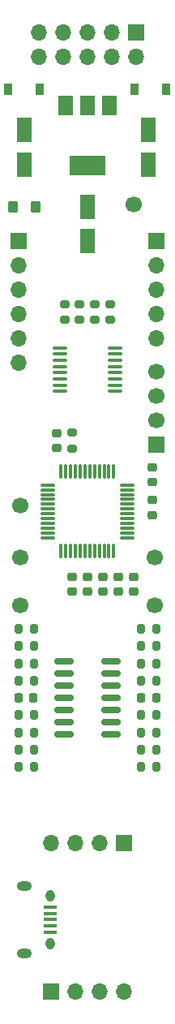
<source format=gbr>
%TF.GenerationSoftware,KiCad,Pcbnew,(6.0.11)*%
%TF.CreationDate,2023-03-30T15:00:59+01:00*%
%TF.ProjectId,QuadEnv_Components,51756164-456e-4765-9f43-6f6d706f6e65,rev?*%
%TF.SameCoordinates,Original*%
%TF.FileFunction,Soldermask,Top*%
%TF.FilePolarity,Negative*%
%FSLAX46Y46*%
G04 Gerber Fmt 4.6, Leading zero omitted, Abs format (unit mm)*
G04 Created by KiCad (PCBNEW (6.0.11)) date 2023-03-30 15:00:59*
%MOMM*%
%LPD*%
G01*
G04 APERTURE LIST*
G04 Aperture macros list*
%AMRoundRect*
0 Rectangle with rounded corners*
0 $1 Rounding radius*
0 $2 $3 $4 $5 $6 $7 $8 $9 X,Y pos of 4 corners*
0 Add a 4 corners polygon primitive as box body*
4,1,4,$2,$3,$4,$5,$6,$7,$8,$9,$2,$3,0*
0 Add four circle primitives for the rounded corners*
1,1,$1+$1,$2,$3*
1,1,$1+$1,$4,$5*
1,1,$1+$1,$6,$7*
1,1,$1+$1,$8,$9*
0 Add four rect primitives between the rounded corners*
20,1,$1+$1,$2,$3,$4,$5,0*
20,1,$1+$1,$4,$5,$6,$7,0*
20,1,$1+$1,$6,$7,$8,$9,0*
20,1,$1+$1,$8,$9,$2,$3,0*%
G04 Aperture macros list end*
%ADD10C,1.700000*%
%ADD11RoundRect,0.200000X-0.200000X-0.275000X0.200000X-0.275000X0.200000X0.275000X-0.200000X0.275000X0*%
%ADD12RoundRect,0.250000X-0.550000X1.050000X-0.550000X-1.050000X0.550000X-1.050000X0.550000X1.050000X0*%
%ADD13RoundRect,0.250000X0.550000X-1.050000X0.550000X1.050000X-0.550000X1.050000X-0.550000X-1.050000X0*%
%ADD14RoundRect,0.200000X0.275000X-0.200000X0.275000X0.200000X-0.275000X0.200000X-0.275000X-0.200000X0*%
%ADD15RoundRect,0.225000X0.250000X-0.225000X0.250000X0.225000X-0.250000X0.225000X-0.250000X-0.225000X0*%
%ADD16RoundRect,0.225000X-0.250000X0.225000X-0.250000X-0.225000X0.250000X-0.225000X0.250000X0.225000X0*%
%ADD17RoundRect,0.150000X-0.825000X-0.150000X0.825000X-0.150000X0.825000X0.150000X-0.825000X0.150000X0*%
%ADD18RoundRect,0.200000X0.200000X0.275000X-0.200000X0.275000X-0.200000X-0.275000X0.200000X-0.275000X0*%
%ADD19RoundRect,0.250000X0.275000X0.350000X-0.275000X0.350000X-0.275000X-0.350000X0.275000X-0.350000X0*%
%ADD20RoundRect,0.200000X-0.275000X0.200000X-0.275000X-0.200000X0.275000X-0.200000X0.275000X0.200000X0*%
%ADD21R,0.900000X1.200000*%
%ADD22R,1.500000X2.000000*%
%ADD23R,3.800000X2.000000*%
%ADD24R,1.700000X1.700000*%
%ADD25O,1.700000X1.700000*%
%ADD26O,0.950000X1.250000*%
%ADD27O,1.550000X1.000000*%
%ADD28R,1.350000X0.400000*%
%ADD29RoundRect,0.225000X-0.225000X-0.250000X0.225000X-0.250000X0.225000X0.250000X-0.225000X0.250000X0*%
%ADD30RoundRect,0.100000X-0.637500X-0.100000X0.637500X-0.100000X0.637500X0.100000X-0.637500X0.100000X0*%
%ADD31RoundRect,0.075000X-0.662500X-0.075000X0.662500X-0.075000X0.662500X0.075000X-0.662500X0.075000X0*%
%ADD32RoundRect,0.075000X-0.075000X-0.662500X0.075000X-0.662500X0.075000X0.662500X-0.075000X0.662500X0*%
%ADD33RoundRect,0.225000X0.225000X0.250000X-0.225000X0.250000X-0.225000X-0.250000X0.225000X-0.250000X0*%
G04 APERTURE END LIST*
D10*
%TO.C,TP2*%
X66400000Y-107400000D03*
%TD*%
D11*
%TO.C,R22*%
X64975000Y-127470000D03*
X66625000Y-127470000D03*
%TD*%
D10*
%TO.C,TP6*%
X52400000Y-102000000D03*
%TD*%
D12*
%TO.C,C4*%
X52800000Y-62800000D03*
X52800000Y-66400000D03*
%TD*%
D13*
%TO.C,C5*%
X65800000Y-66400000D03*
X65800000Y-62800000D03*
%TD*%
D14*
%TO.C,R3*%
X61800000Y-82625000D03*
X61800000Y-80975000D03*
%TD*%
D15*
%TO.C,C11*%
X57800000Y-110975000D03*
X57800000Y-109425000D03*
%TD*%
D11*
%TO.C,R16*%
X64975000Y-118470000D03*
X66625000Y-118470000D03*
%TD*%
D16*
%TO.C,C7*%
X61000000Y-109425000D03*
X61000000Y-110975000D03*
%TD*%
D17*
%TO.C,U4*%
X56925000Y-118290000D03*
X56925000Y-119560000D03*
X56925000Y-120830000D03*
X56925000Y-122100000D03*
X56925000Y-123370000D03*
X56925000Y-124640000D03*
X56925000Y-125910000D03*
X61875000Y-125910000D03*
X61875000Y-124640000D03*
X61875000Y-123370000D03*
X61875000Y-122100000D03*
X61875000Y-120830000D03*
X61875000Y-119560000D03*
X61875000Y-118290000D03*
%TD*%
D14*
%TO.C,R4*%
X60200000Y-82625000D03*
X60200000Y-80975000D03*
%TD*%
D18*
%TO.C,R9*%
X53825000Y-120270000D03*
X52175000Y-120270000D03*
%TD*%
D10*
%TO.C,TP5*%
X52400000Y-107400000D03*
%TD*%
D19*
%TO.C,L1*%
X53950000Y-70800000D03*
X51650000Y-70800000D03*
%TD*%
D12*
%TO.C,C8*%
X59400000Y-70800000D03*
X59400000Y-74400000D03*
%TD*%
D18*
%TO.C,R17*%
X53825000Y-116670000D03*
X52175000Y-116670000D03*
%TD*%
D20*
%TO.C,R5*%
X57800000Y-94375000D03*
X57800000Y-96025000D03*
%TD*%
D15*
%TO.C,C3*%
X66200000Y-99575000D03*
X66200000Y-98025000D03*
%TD*%
D11*
%TO.C,R24*%
X64975000Y-114870000D03*
X66625000Y-114870000D03*
%TD*%
%TO.C,R11*%
X64975000Y-123870000D03*
X66625000Y-123870000D03*
%TD*%
D15*
%TO.C,C12*%
X59400000Y-110975000D03*
X59400000Y-109425000D03*
%TD*%
D21*
%TO.C,D1*%
X51150000Y-58600000D03*
X54450000Y-58600000D03*
%TD*%
D11*
%TO.C,R12*%
X64975000Y-120270000D03*
X66625000Y-120270000D03*
%TD*%
D21*
%TO.C,D2*%
X64350000Y-58600000D03*
X67650000Y-58600000D03*
%TD*%
D10*
%TO.C,TP3*%
X52400000Y-112400000D03*
%TD*%
D18*
%TO.C,R10*%
X53825000Y-123870000D03*
X52175000Y-123870000D03*
%TD*%
D22*
%TO.C,U2*%
X61700000Y-60250000D03*
D23*
X59400000Y-66550000D03*
D22*
X59400000Y-60250000D03*
X57100000Y-60250000D03*
%TD*%
D18*
%TO.C,R18*%
X53825000Y-114870000D03*
X52175000Y-114870000D03*
%TD*%
D24*
%TO.C,J6*%
X64480000Y-52660000D03*
D25*
X64480000Y-55200000D03*
X61940000Y-52660000D03*
X61940000Y-55200000D03*
X59400000Y-52660000D03*
X59400000Y-55200000D03*
X56860000Y-52660000D03*
X56860000Y-55200000D03*
X54320000Y-52660000D03*
X54320000Y-55200000D03*
%TD*%
D16*
%TO.C,C1*%
X66200000Y-101425000D03*
X66200000Y-102975000D03*
%TD*%
D20*
%TO.C,R1*%
X57000000Y-80975000D03*
X57000000Y-82625000D03*
%TD*%
D26*
%TO.C,J7*%
X55485000Y-147700000D03*
D27*
X52785000Y-148700000D03*
D26*
X55485000Y-142700000D03*
D28*
X55485000Y-143900000D03*
X55485000Y-144550000D03*
X55485000Y-145200000D03*
X55485000Y-145850000D03*
X55485000Y-146500000D03*
D27*
X52785000Y-141700000D03*
%TD*%
D29*
%TO.C,C9*%
X52225000Y-122070000D03*
X53775000Y-122070000D03*
%TD*%
D15*
%TO.C,C6*%
X56200000Y-95975000D03*
X56200000Y-94425000D03*
%TD*%
D30*
%TO.C,U3*%
X56537500Y-85525000D03*
X56537500Y-86175000D03*
X56537500Y-86825000D03*
X56537500Y-87475000D03*
X56537500Y-88125000D03*
X56537500Y-88775000D03*
X56537500Y-89425000D03*
X56537500Y-90075000D03*
X62262500Y-90075000D03*
X62262500Y-89425000D03*
X62262500Y-88775000D03*
X62262500Y-88125000D03*
X62262500Y-87475000D03*
X62262500Y-86825000D03*
X62262500Y-86175000D03*
X62262500Y-85525000D03*
%TD*%
D11*
%TO.C,R13*%
X52175000Y-118470000D03*
X53825000Y-118470000D03*
%TD*%
D16*
%TO.C,C2*%
X64200000Y-109425000D03*
X64200000Y-110975000D03*
%TD*%
D18*
%TO.C,R14*%
X53825000Y-125670000D03*
X52175000Y-125670000D03*
%TD*%
%TO.C,R19*%
X53825000Y-129270000D03*
X52175000Y-129270000D03*
%TD*%
D24*
%TO.C,J5*%
X66600000Y-95610000D03*
D10*
X66600000Y-93070000D03*
X66600000Y-90530000D03*
X66600000Y-87990000D03*
%TD*%
D31*
%TO.C,U1*%
X55237500Y-99850000D03*
X55237500Y-100350000D03*
X55237500Y-100850000D03*
X55237500Y-101350000D03*
X55237500Y-101850000D03*
X55237500Y-102350000D03*
X55237500Y-102850000D03*
X55237500Y-103350000D03*
X55237500Y-103850000D03*
X55237500Y-104350000D03*
X55237500Y-104850000D03*
X55237500Y-105350000D03*
D32*
X56650000Y-106762500D03*
X57150000Y-106762500D03*
X57650000Y-106762500D03*
X58150000Y-106762500D03*
X58650000Y-106762500D03*
X59150000Y-106762500D03*
X59650000Y-106762500D03*
X60150000Y-106762500D03*
X60650000Y-106762500D03*
X61150000Y-106762500D03*
X61650000Y-106762500D03*
X62150000Y-106762500D03*
D31*
X63562500Y-105350000D03*
X63562500Y-104850000D03*
X63562500Y-104350000D03*
X63562500Y-103850000D03*
X63562500Y-103350000D03*
X63562500Y-102850000D03*
X63562500Y-102350000D03*
X63562500Y-101850000D03*
X63562500Y-101350000D03*
X63562500Y-100850000D03*
X63562500Y-100350000D03*
X63562500Y-99850000D03*
D32*
X62150000Y-98437500D03*
X61650000Y-98437500D03*
X61150000Y-98437500D03*
X60650000Y-98437500D03*
X60150000Y-98437500D03*
X59650000Y-98437500D03*
X59150000Y-98437500D03*
X58650000Y-98437500D03*
X58150000Y-98437500D03*
X57650000Y-98437500D03*
X57150000Y-98437500D03*
X56650000Y-98437500D03*
%TD*%
D20*
%TO.C,R2*%
X58600000Y-80975000D03*
X58600000Y-82625000D03*
%TD*%
D11*
%TO.C,R23*%
X64975000Y-116670000D03*
X66625000Y-116670000D03*
%TD*%
D18*
%TO.C,R20*%
X53825000Y-127470000D03*
X52175000Y-127470000D03*
%TD*%
D11*
%TO.C,R21*%
X64975000Y-129270000D03*
X66625000Y-129270000D03*
%TD*%
D10*
%TO.C,TP1*%
X64200000Y-70600000D03*
%TD*%
D33*
%TO.C,C10*%
X66575000Y-122070000D03*
X65025000Y-122070000D03*
%TD*%
D10*
%TO.C,TP4*%
X66400000Y-112400000D03*
%TD*%
D15*
%TO.C,C13*%
X62600000Y-110975000D03*
X62600000Y-109425000D03*
%TD*%
D11*
%TO.C,R15*%
X64975000Y-125670000D03*
X66625000Y-125670000D03*
%TD*%
D24*
%TO.C,J1*%
X52200000Y-74400000D03*
D25*
X52200000Y-76940000D03*
X52200000Y-79480000D03*
X52200000Y-82020000D03*
X52200000Y-84560000D03*
X52200000Y-87100000D03*
%TD*%
D24*
%TO.C,J4*%
X55600000Y-152700000D03*
D25*
X58140000Y-152700000D03*
X60680000Y-152700000D03*
X63220000Y-152700000D03*
%TD*%
D24*
%TO.C,J2*%
X66600000Y-74400000D03*
D25*
X66600000Y-76940000D03*
X66600000Y-79480000D03*
X66600000Y-82020000D03*
X66600000Y-84560000D03*
%TD*%
D24*
%TO.C,J3*%
X63200000Y-137200000D03*
D25*
X60660000Y-137200000D03*
X58120000Y-137200000D03*
X55580000Y-137200000D03*
%TD*%
M02*

</source>
